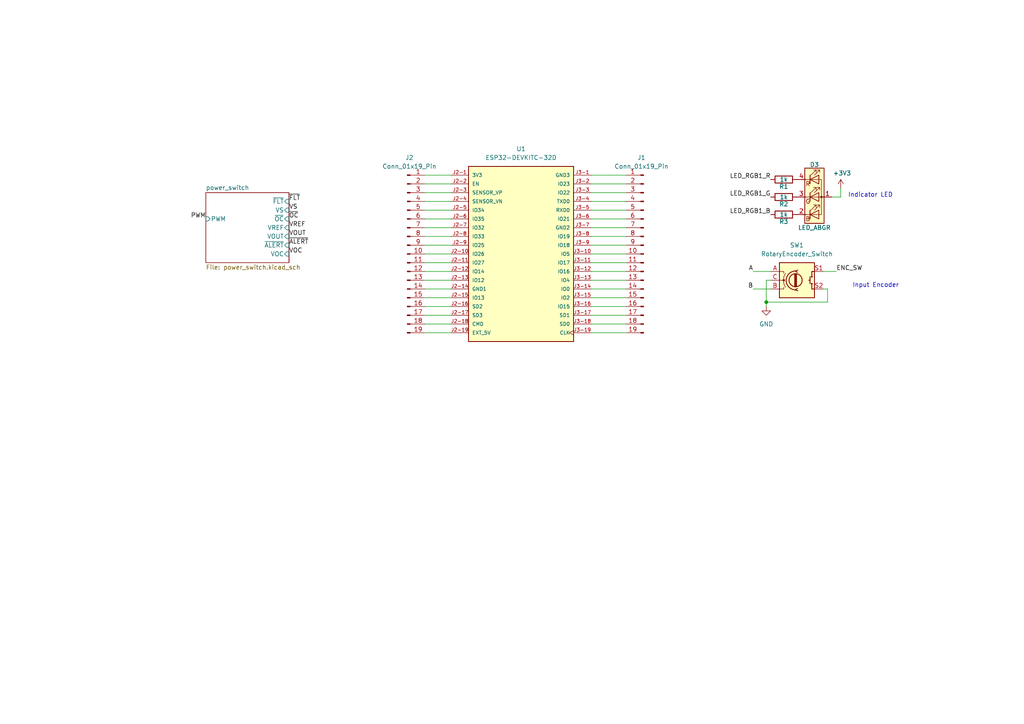
<source format=kicad_sch>
(kicad_sch (version 20231120) (generator "eeschema") (generator_version "8.0")
  (paper "A4")
  (lib_symbols
    (symbol "CalSol_LED:LED_ABGR" (pin_names (offset 0) hide)
      (property "Reference" "D" (at 0 9.398 0))
      (property "Value" "LED_ABGR" (at 0 -8.89 0))
      (symbol "LED_ABGR_0_0"
        (text "B" (at -1.905 -6.35 0) (effects (font (size 1.27 1.27))))
        (text "G" (at -1.905 -1.27 0) (effects (font (size 1.27 1.27))))
        (text "R" (at -1.905 3.81 0) (effects (font (size 1.27 1.27))))
      )
      (symbol "LED_ABGR_0_1"
        (polyline (pts (xy -1.27 -5.08) (xy -2.54 -5.08)))
        (polyline (pts (xy -1.27 -5.08) (xy 1.27 -5.08)))
        (polyline (pts (xy -1.27 -3.81) (xy -1.27 -6.35)))
        (polyline (pts (xy -1.27 -3.81) (xy -1.27 -6.35)) (stroke (width 0.2032)))
        (polyline (pts (xy -1.27 0) (xy -2.54 0)))
        (polyline (pts (xy -1.27 0) (xy 1.27 0)))
        (polyline (pts (xy -1.27 1.27) (xy -1.27 -1.27)) (stroke (width 0.2032)))
        (polyline (pts (xy -1.27 5.08) (xy -2.54 5.08)))
        (polyline (pts (xy -1.27 6.35) (xy -1.27 3.81)) (stroke (width 0.2032)))
        (polyline (pts (xy 1.27 0) (xy 2.54 0)))
        (polyline (pts (xy 1.27 5.08) (xy -1.27 5.08)))
        (polyline (pts (xy -1.27 1.27) (xy -1.27 -1.27) (xy -1.27 -1.27)))
        (polyline (pts (xy -1.27 6.35) (xy -1.27 3.81) (xy -1.27 3.81)))
        (polyline (pts (xy 1.27 -5.08) (xy 2.032 -5.08) (xy 2.032 5.08) (xy 1.27 5.08)))
        (polyline (pts (xy 1.27 -3.81) (xy 1.27 -6.35) (xy -1.27 -5.08) (xy 1.27 -3.81)) (stroke (width 0.2032)))
        (polyline (pts (xy 1.27 1.27) (xy 1.27 -1.27) (xy -1.27 0) (xy 1.27 1.27)) (stroke (width 0.2032)))
        (polyline (pts (xy 1.27 6.35) (xy 1.27 3.81) (xy -1.27 5.08) (xy 1.27 6.35)) (stroke (width 0.2032)))
        (polyline (pts (xy -1.016 -3.81) (xy 0.508 -2.286) (xy -0.254 -2.286) (xy 0.508 -2.286) (xy 0.508 -3.048)))
        (polyline (pts (xy -1.016 1.27) (xy 0.508 2.794) (xy -0.254 2.794) (xy 0.508 2.794) (xy 0.508 2.032)))
        (polyline (pts (xy -1.016 6.35) (xy 0.508 7.874) (xy -0.254 7.874) (xy 0.508 7.874) (xy 0.508 7.112)))
        (polyline (pts (xy 0 -3.81) (xy 1.524 -2.286) (xy 0.762 -2.286) (xy 1.524 -2.286) (xy 1.524 -3.048)))
        (polyline (pts (xy 0 1.27) (xy 1.524 2.794) (xy 0.762 2.794) (xy 1.524 2.794) (xy 1.524 2.032)))
        (polyline (pts (xy 0 6.35) (xy 1.524 7.874) (xy 0.762 7.874) (xy 1.524 7.874) (xy 1.524 7.112)))
        (rectangle (start 1.27 -1.27) (end 1.27 1.27))
        (rectangle (start 1.27 1.27) (end 1.27 1.27))
        (rectangle (start 1.27 3.81) (end 1.27 6.35))
        (rectangle (start 1.27 6.35) (end 1.27 6.35))
        (circle (center 2.032 0) (radius 0.254) (fill (type outline)))
        (rectangle (start 2.794 8.382) (end -2.794 -7.62) (stroke (width 0.254)) (fill (type background)))
      )
      (symbol "LED_ABGR_1_1"
        (pin passive line (at 5.08 0 180) (length 2.54) (name "A") (number "1"))
        (pin passive line (at -5.08 -5.08 0) (length 2.54) (name "BK") (number "2"))
        (pin passive line (at -5.08 0 0) (length 2.54) (name "GK") (number "3"))
        (pin passive line (at -5.08 5.08 0) (length 2.54) (name "RK") (number "4"))
      )
    )
    (symbol "Connector:Conn_01x19_Pin" (pin_names (offset 1.016) hide)
      (property "Reference" "J" (at 0 25.4 0))
      (property "Value" "Conn_01x19_Pin" (at 0 -25.4 0))
      (symbol "Conn_01x19_Pin_1_1"
        (polyline (pts (xy 1.27 -22.86) (xy 0.8636 -22.86)) (stroke (width 0.1524)))
        (polyline (pts (xy 1.27 -20.32) (xy 0.8636 -20.32)) (stroke (width 0.1524)))
        (polyline (pts (xy 1.27 -17.78) (xy 0.8636 -17.78)) (stroke (width 0.1524)))
        (polyline (pts (xy 1.27 -15.24) (xy 0.8636 -15.24)) (stroke (width 0.1524)))
        (polyline (pts (xy 1.27 -12.7) (xy 0.8636 -12.7)) (stroke (width 0.1524)))
        (polyline (pts (xy 1.27 -10.16) (xy 0.8636 -10.16)) (stroke (width 0.1524)))
        (polyline (pts (xy 1.27 -7.62) (xy 0.8636 -7.62)) (stroke (width 0.1524)))
        (polyline (pts (xy 1.27 -5.08) (xy 0.8636 -5.08)) (stroke (width 0.1524)))
        (polyline (pts (xy 1.27 -2.54) (xy 0.8636 -2.54)) (stroke (width 0.1524)))
        (polyline (pts (xy 1.27 0) (xy 0.8636 0)) (stroke (width 0.1524)))
        (polyline (pts (xy 1.27 2.54) (xy 0.8636 2.54)) (stroke (width 0.1524)))
        (polyline (pts (xy 1.27 5.08) (xy 0.8636 5.08)) (stroke (width 0.1524)))
        (polyline (pts (xy 1.27 7.62) (xy 0.8636 7.62)) (stroke (width 0.1524)))
        (polyline (pts (xy 1.27 10.16) (xy 0.8636 10.16)) (stroke (width 0.1524)))
        (polyline (pts (xy 1.27 12.7) (xy 0.8636 12.7)) (stroke (width 0.1524)))
        (polyline (pts (xy 1.27 15.24) (xy 0.8636 15.24)) (stroke (width 0.1524)))
        (polyline (pts (xy 1.27 17.78) (xy 0.8636 17.78)) (stroke (width 0.1524)))
        (polyline (pts (xy 1.27 20.32) (xy 0.8636 20.32)) (stroke (width 0.1524)))
        (polyline (pts (xy 1.27 22.86) (xy 0.8636 22.86)) (stroke (width 0.1524)))
        (rectangle (start 0.8636 -22.733) (end 0 -22.987) (stroke (width 0.1524)) (fill (type outline)))
        (rectangle (start 0.8636 -20.193) (end 0 -20.447) (stroke (width 0.1524)) (fill (type outline)))
        (rectangle (start 0.8636 -17.653) (end 0 -17.907) (stroke (width 0.1524)) (fill (type outline)))
        (rectangle (start 0.8636 -15.113) (end 0 -15.367) (stroke (width 0.1524)) (fill (type outline)))
        (rectangle (start 0.8636 -12.573) (end 0 -12.827) (stroke (width 0.1524)) (fill (type outline)))
        (rectangle (start 0.8636 -10.033) (end 0 -10.287) (stroke (width 0.1524)) (fill (type outline)))
        (rectangle (start 0.8636 -7.493) (end 0 -7.747) (stroke (width 0.1524)) (fill (type outline)))
        (rectangle (start 0.8636 -4.953) (end 0 -5.207) (stroke (width 0.1524)) (fill (type outline)))
        (rectangle (start 0.8636 -2.413) (end 0 -2.667) (stroke (width 0.1524)) (fill (type outline)))
        (rectangle (start 0.8636 0.127) (end 0 -0.127) (stroke (width 0.1524)) (fill (type outline)))
        (rectangle (start 0.8636 2.667) (end 0 2.413) (stroke (width 0.1524)) (fill (type outline)))
        (rectangle (start 0.8636 5.207) (end 0 4.953) (stroke (width 0.1524)) (fill (type outline)))
        (rectangle (start 0.8636 7.747) (end 0 7.493) (stroke (width 0.1524)) (fill (type outline)))
        (rectangle (start 0.8636 10.287) (end 0 10.033) (stroke (width 0.1524)) (fill (type outline)))
        (rectangle (start 0.8636 12.827) (end 0 12.573) (stroke (width 0.1524)) (fill (type outline)))
        (rectangle (start 0.8636 15.367) (end 0 15.113) (stroke (width 0.1524)) (fill (type outline)))
        (rectangle (start 0.8636 17.907) (end 0 17.653) (stroke (width 0.1524)) (fill (type outline)))
        (rectangle (start 0.8636 20.447) (end 0 20.193) (stroke (width 0.1524)) (fill (type outline)))
        (rectangle (start 0.8636 22.987) (end 0 22.733) (stroke (width 0.1524)) (fill (type outline)))
        (pin passive line (at 5.08 22.86 180) (length 3.81) (name "Pin_1") (number "1"))
        (pin passive line (at 5.08 0 180) (length 3.81) (name "Pin_10") (number "10"))
        (pin passive line (at 5.08 -2.54 180) (length 3.81) (name "Pin_11") (number "11"))
        (pin passive line (at 5.08 -5.08 180) (length 3.81) (name "Pin_12") (number "12"))
        (pin passive line (at 5.08 -7.62 180) (length 3.81) (name "Pin_13") (number "13"))
        (pin passive line (at 5.08 -10.16 180) (length 3.81) (name "Pin_14") (number "14"))
        (pin passive line (at 5.08 -12.7 180) (length 3.81) (name "Pin_15") (number "15"))
        (pin passive line (at 5.08 -15.24 180) (length 3.81) (name "Pin_16") (number "16"))
        (pin passive line (at 5.08 -17.78 180) (length 3.81) (name "Pin_17") (number "17"))
        (pin passive line (at 5.08 -20.32 180) (length 3.81) (name "Pin_18") (number "18"))
        (pin passive line (at 5.08 -22.86 180) (length 3.81) (name "Pin_19") (number "19"))
        (pin passive line (at 5.08 20.32 180) (length 3.81) (name "Pin_2") (number "2"))
        (pin passive line (at 5.08 17.78 180) (length 3.81) (name "Pin_3") (number "3"))
        (pin passive line (at 5.08 15.24 180) (length 3.81) (name "Pin_4") (number "4"))
        (pin passive line (at 5.08 12.7 180) (length 3.81) (name "Pin_5") (number "5"))
        (pin passive line (at 5.08 10.16 180) (length 3.81) (name "Pin_6") (number "6"))
        (pin passive line (at 5.08 7.62 180) (length 3.81) (name "Pin_7") (number "7"))
        (pin passive line (at 5.08 5.08 180) (length 3.81) (name "Pin_8") (number "8"))
        (pin passive line (at 5.08 2.54 180) (length 3.81) (name "Pin_9") (number "9"))
      )
    )
    (symbol "Device:R" (pin_numbers hide) (pin_names (offset 0))
      (property "Reference" "R" (at 2.032 0 90))
      (property "Value" "R" (at 0 0 90))
      (symbol "R_0_1"
        (rectangle (start -1.016 -2.54) (end 1.016 2.54) (stroke (width 0.254)))
      )
      (symbol "R_1_1"
        (pin passive line (at 0 3.81 270) (length 1.27) (name "~") (number "1"))
        (pin passive line (at 0 -3.81 90) (length 1.27) (name "~") (number "2"))
      )
    )
    (symbol "Device:RotaryEncoder_Switch" (pin_names (offset 0.254) hide)
      (property "Reference" "SW" (at 0 6.604 0))
      (property "Value" "RotaryEncoder_Switch" (at 0 -6.604 0))
      (symbol "RotaryEncoder_Switch_0_1"
        (rectangle (start -5.08 5.08) (end 5.08 -5.08) (stroke (width 0.254)) (fill (type background)))
        (circle (center -3.81 0) (radius 0.254) (fill (type outline)))
        (circle (center -0.381 0) (radius 1.905) (stroke (width 0.254)))
        (arc (start -0.381 2.667) (mid -3.0988 -0.0635) (end -0.381 -2.794) (stroke (width 0.254)))
        (polyline (pts (xy -0.635 -1.778) (xy -0.635 1.778)) (stroke (width 0.254)))
        (polyline (pts (xy -0.381 -1.778) (xy -0.381 1.778)) (stroke (width 0.254)))
        (polyline (pts (xy -0.127 1.778) (xy -0.127 -1.778)) (stroke (width 0.254)))
        (polyline (pts (xy 3.81 0) (xy 3.429 0)) (stroke (width 0.254)))
        (polyline (pts (xy 3.81 1.016) (xy 3.81 -1.016)) (stroke (width 0.254)))
        (polyline (pts (xy -5.08 -2.54) (xy -3.81 -2.54) (xy -3.81 -2.032)))
        (polyline (pts (xy -5.08 2.54) (xy -3.81 2.54) (xy -3.81 2.032)))
        (polyline (pts (xy 0.254 -3.048) (xy -0.508 -2.794) (xy 0.127 -2.413)) (stroke (width 0.254)))
        (polyline (pts (xy 0.254 2.921) (xy -0.508 2.667) (xy 0.127 2.286)) (stroke (width 0.254)))
        (polyline (pts (xy 5.08 -2.54) (xy 4.318 -2.54) (xy 4.318 -1.016)) (stroke (width 0.254)))
        (polyline (pts (xy 5.08 2.54) (xy 4.318 2.54) (xy 4.318 1.016)) (stroke (width 0.254)))
        (polyline (pts (xy -5.08 0) (xy -3.81 0) (xy -3.81 -1.016) (xy -3.302 -2.032)))
        (polyline (pts (xy -4.318 0) (xy -3.81 0) (xy -3.81 1.016) (xy -3.302 2.032)))
        (circle (center 4.318 -1.016) (radius 0.127) (stroke (width 0.254)))
        (circle (center 4.318 1.016) (radius 0.127) (stroke (width 0.254)))
      )
      (symbol "RotaryEncoder_Switch_1_1"
        (pin passive line (at -7.62 2.54 0) (length 2.54) (name "A") (number "A"))
        (pin passive line (at -7.62 -2.54 0) (length 2.54) (name "B") (number "B"))
        (pin passive line (at -7.62 0 0) (length 2.54) (name "C") (number "C"))
        (pin passive line (at 7.62 2.54 180) (length 2.54) (name "S1") (number "S1"))
        (pin passive line (at 7.62 -2.54 180) (length 2.54) (name "S2") (number "S2"))
      )
    )
    (symbol "ESP32-DEVKITC-32D:ESP32-DEVKITC-32D" (pin_names (offset 1.016))
      (property "Reference" "U" (at -15.2572 26.0643 0))
      (property "Value" "ESP32-DEVKITC-32D" (at -15.2563 -27.9698 0))
      (symbol "ESP32-DEVKITC-32D_0_0"
        (rectangle (start -15.24 -25.4) (end 15.24 25.4) (stroke (width 0.254)) (fill (type background)))
        (pin power_in line (at -20.32 22.86 0) (length 5.08) (name "3V3") (number "J2-1"))
        (pin bidirectional line (at -20.32 0 0) (length 5.08) (name "IO26") (number "J2-10"))
        (pin bidirectional line (at -20.32 -2.54 0) (length 5.08) (name "IO27") (number "J2-11"))
        (pin bidirectional line (at -20.32 -5.08 0) (length 5.08) (name "IO14") (number "J2-12"))
        (pin bidirectional line (at -20.32 -7.62 0) (length 5.08) (name "IO12") (number "J2-13"))
        (pin power_in line (at -20.32 -10.16 0) (length 5.08) (name "GND1") (number "J2-14"))
        (pin bidirectional line (at -20.32 -12.7 0) (length 5.08) (name "IO13") (number "J2-15"))
        (pin bidirectional line (at -20.32 -15.24 0) (length 5.08) (name "SD2") (number "J2-16"))
        (pin bidirectional line (at -20.32 -17.78 0) (length 5.08) (name "SD3") (number "J2-17"))
        (pin bidirectional line (at -20.32 -20.32 0) (length 5.08) (name "CMD") (number "J2-18"))
        (pin power_in line (at -20.32 -22.86 0) (length 5.08) (name "EXT_5V") (number "J2-19"))
        (pin input line (at -20.32 20.32 0) (length 5.08) (name "EN") (number "J2-2"))
        (pin input line (at -20.32 17.78 0) (length 5.08) (name "SENSOR_VP") (number "J2-3"))
        (pin input line (at -20.32 15.24 0) (length 5.08) (name "SENSOR_VN") (number "J2-4"))
        (pin bidirectional line (at -20.32 12.7 0) (length 5.08) (name "IO34") (number "J2-5"))
        (pin bidirectional line (at -20.32 10.16 0) (length 5.08) (name "IO35") (number "J2-6"))
        (pin bidirectional line (at -20.32 7.62 0) (length 5.08) (name "IO32") (number "J2-7"))
        (pin bidirectional line (at -20.32 5.08 0) (length 5.08) (name "IO33") (number "J2-8"))
        (pin bidirectional line (at -20.32 2.54 0) (length 5.08) (name "IO25") (number "J2-9"))
        (pin power_in line (at 20.32 22.86 180) (length 5.08) (name "GND3") (number "J3-1"))
        (pin bidirectional line (at 20.32 0 180) (length 5.08) (name "IO5") (number "J3-10"))
        (pin bidirectional line (at 20.32 -2.54 180) (length 5.08) (name "IO17") (number "J3-11"))
        (pin bidirectional line (at 20.32 -5.08 180) (length 5.08) (name "IO16") (number "J3-12"))
        (pin bidirectional line (at 20.32 -7.62 180) (length 5.08) (name "IO4") (number "J3-13"))
        (pin bidirectional line (at 20.32 -10.16 180) (length 5.08) (name "IO0") (number "J3-14"))
        (pin bidirectional line (at 20.32 -12.7 180) (length 5.08) (name "IO2") (number "J3-15"))
        (pin bidirectional line (at 20.32 -15.24 180) (length 5.08) (name "IO15") (number "J3-16"))
        (pin bidirectional line (at 20.32 -17.78 180) (length 5.08) (name "SD1") (number "J3-17"))
        (pin bidirectional line (at 20.32 -20.32 180) (length 5.08) (name "SD0") (number "J3-18"))
        (pin input clock (at 20.32 -22.86 180) (length 5.08) (name "CLK") (number "J3-19"))
        (pin bidirectional line (at 20.32 20.32 180) (length 5.08) (name "IO23") (number "J3-2"))
        (pin bidirectional line (at 20.32 17.78 180) (length 5.08) (name "IO22") (number "J3-3"))
        (pin output line (at 20.32 15.24 180) (length 5.08) (name "TXD0") (number "J3-4"))
        (pin input line (at 20.32 12.7 180) (length 5.08) (name "RXD0") (number "J3-5"))
        (pin bidirectional line (at 20.32 10.16 180) (length 5.08) (name "IO21") (number "J3-6"))
        (pin power_in line (at 20.32 7.62 180) (length 5.08) (name "GND2") (number "J3-7"))
        (pin bidirectional line (at 20.32 5.08 180) (length 5.08) (name "IO19") (number "J3-8"))
        (pin bidirectional line (at 20.32 2.54 180) (length 5.08) (name "IO18") (number "J3-9"))
      )
    )
    (symbol "power:+3V3" (power) (pin_numbers hide) (pin_names (offset 0) hide)
      (property "Value" "+3V3" (at 0 3.556 0))
      (symbol "+3V3_0_1"
        (polyline (pts (xy -0.762 1.27) (xy 0 2.54)))
        (polyline (pts (xy 0 0) (xy 0 2.54)))
        (polyline (pts (xy 0 2.54) (xy 0.762 1.27)))
      )
      (symbol "+3V3_1_1"
        (pin power_in line (at 0 0 90) (length 0) (name "~") (number "1"))
      )
    )
    (symbol "power:GND" (power) (pin_numbers hide) (pin_names (offset 0) hide)
      (property "Value" "GND" (at 0 -3.81 0))
      (symbol "GND_0_1"
        (polyline (pts (xy 0 0) (xy 0 -1.27) (xy 1.27 -1.27) (xy 0 -2.54) (xy -1.27 -1.27) (xy 0 -1.27)))
      )
      (symbol "GND_1_1"
        (pin power_in line (at 0 0 270) (length 0) (name "~") (number "1"))
      )
    )
  )
  (junction (at 222.25 87.63))
  (wire (pts (xy 181.61 66.04) (xy 171.45 66.04)))
  (wire (pts (xy 238.76 78.74) (xy 242.57 78.74)))
  (wire (pts (xy 218.44 78.74) (xy 223.52 78.74)))
  (wire (pts (xy 123.19 50.8) (xy 130.81 50.8)))
  (wire (pts (xy 181.61 55.88) (xy 171.45 55.88)))
  (wire (pts (xy 240.03 87.63) (xy 222.25 87.63)))
  (wire (pts (xy 218.44 83.82) (xy 223.52 83.82)))
  (wire (pts (xy 181.61 50.8) (xy 171.45 50.8)))
  (wire (pts (xy 181.61 88.9) (xy 171.45 88.9)))
  (wire (pts (xy 243.84 57.15) (xy 243.84 54.61)))
  (wire (pts (xy 123.19 53.34) (xy 130.81 53.34)))
  (wire (pts (xy 181.61 76.2) (xy 171.45 76.2)))
  (wire (pts (xy 181.61 71.12) (xy 171.45 71.12)))
  (wire (pts (xy 123.19 66.04) (xy 130.81 66.04)))
  (wire (pts (xy 123.19 76.2) (xy 130.81 76.2)))
  (wire (pts (xy 123.19 73.66) (xy 130.81 73.66)))
  (wire (pts (xy 238.76 83.82) (xy 240.03 83.82)))
  (wire (pts (xy 123.19 83.82) (xy 130.81 83.82)))
  (wire (pts (xy 181.61 63.5) (xy 171.45 63.5)))
  (wire (pts (xy 241.3 57.15) (xy 243.84 57.15)))
  (wire (pts (xy 123.19 88.9) (xy 130.81 88.9)))
  (wire (pts (xy 123.19 81.28) (xy 130.81 81.28)))
  (wire (pts (xy 123.19 68.58) (xy 130.81 68.58)))
  (wire (pts (xy 181.61 81.28) (xy 171.45 81.28)))
  (wire (pts (xy 222.25 81.28) (xy 223.52 81.28)))
  (wire (pts (xy 181.61 83.82) (xy 171.45 83.82)))
  (wire (pts (xy 181.61 96.52) (xy 171.45 96.52)))
  (wire (pts (xy 181.61 60.96) (xy 171.45 60.96)))
  (wire (pts (xy 123.19 91.44) (xy 130.81 91.44)))
  (wire (pts (xy 240.03 83.82) (xy 240.03 87.63)))
  (wire (pts (xy 181.61 91.44) (xy 171.45 91.44)))
  (wire (pts (xy 181.61 93.98) (xy 171.45 93.98)))
  (wire (pts (xy 123.19 78.74) (xy 130.81 78.74)))
  (wire (pts (xy 181.61 78.74) (xy 171.45 78.74)))
  (wire (pts (xy 181.61 86.36) (xy 171.45 86.36)))
  (wire (pts (xy 222.25 88.9) (xy 222.25 87.63)))
  (wire (pts (xy 181.61 58.42) (xy 171.45 58.42)))
  (wire (pts (xy 123.19 63.5) (xy 130.81 63.5)))
  (wire (pts (xy 222.25 87.63) (xy 222.25 81.28)))
  (wire (pts (xy 123.19 96.52) (xy 130.81 96.52)))
  (wire (pts (xy 123.19 60.96) (xy 130.81 60.96)))
  (wire (pts (xy 123.19 55.88) (xy 130.81 55.88)))
  (wire (pts (xy 123.19 93.98) (xy 130.81 93.98)))
  (wire (pts (xy 123.19 86.36) (xy 130.81 86.36)))
  (wire (pts (xy 123.19 58.42) (xy 130.81 58.42)))
  (wire (pts (xy 181.61 73.66) (xy 171.45 73.66)))
  (wire (pts (xy 181.61 53.34) (xy 171.45 53.34)))
  (wire (pts (xy 123.19 71.12) (xy 130.81 71.12)))
  (wire (pts (xy 181.61 68.58) (xy 171.45 68.58)))
  (text "Input Encoder" (at 254 82.804 0) (effects (font (size 1.27 1.27))))
  (text "Indicator LED" (at 252.476 56.642 0) (effects (font (size 1.27 1.27))))
  (label "~{ALERT}" (at 83.82 71.12 0))
  (label "PWM" (at 59.69 63.5 180))
  (label "LED_RGB1_G" (at 223.52 57.15 180))
  (label "LED_RGB1_B" (at 223.52 62.23 180))
  (label "~{FLT}" (at 83.82 58.42 0))
  (label "LED_RGB1_R" (at 223.52 52.07 180))
  (label "~{OC}" (at 83.82 63.5 0))
  (label "VREF" (at 83.82 66.04 0))
  (label "A" (at 218.44 78.74 180))
  (label "ENC_SW" (at 242.57 78.74 0))
  (label "VS" (at 83.82 60.96 0))
  (label "B" (at 218.44 83.82 180))
  (label "VOUT" (at 83.82 68.58 0))
  (label "VOC" (at 83.82 73.66 0))
  (symbol (lib_id "Connector:Conn_01x19_Pin") (at 186.69 73.66 0) (mirror y) (unit 1)
    (property "Reference" "J1" (at 186.055 45.72 0))
    (property "Value" "Conn_01x19_Pin" (at 186.055 48.26 0))
    (property "Description" "Generic connector, single row, 01x19, script generated" (effects (hide yes)))
  )
  (symbol (lib_id "ESP32-DEVKITC-32D:ESP32-DEVKITC-32D") (at 151.13 73.66 0) (unit 1)
    (property "Reference" "U1" (at 151.13 43.18 0))
    (property "Value" "ESP32-DEVKITC-32D" (at 151.13 45.72 0))
    (property "Footprint" "ESP32-DEVKITC-32D:MODULE_ESP32-DEVKITC-32D" (effects (hide yes)))
    (property "MF" "Espressif Systems" (effects (hide yes)))
    (property "MAXIMUM_PACKAGE_HEIGHT" "N/A" (effects (hide yes)))
    (property "Package" "None" (effects (hide yes)))
    (property "Price" "None" (effects (hide yes)))
    (property "Check_prices" "https://www.snapeda.com/parts/ESP32-DevKitC-32D/Espressif+Systems/view-part/?ref=eda" (effects (hide yes)))
    (property "STANDARD" "Manufacturer Recommendations" (effects (hide yes)))
    (property "PARTREV" "V4" (effects (hide yes)))
    (property "SnapEDA_Link" "https://www.snapeda.com/parts/ESP32-DevKitC-32D/Espressif+Systems/view-part/?ref=snap" (effects (hide yes)))
    (property "MP" "ESP32-DevKitC-32D" (effects (hide yes)))
    (property "Description_1" "\n                        \n                            ESP-WROOM-32 - Transceiver; 802.11 b/g/n (Wi-Fi, WiFi, WLAN), Bluetooth® Smart Ready 4.x Dual Mode (BLE) 2.4GHz Evaluation Board\n                        \n" (effects (hide yes)))
    (property "MANUFACTURER" "Espressif Systems" (effects (hide yes)))
    (property "Availability" "In Stock" (effects (hide yes)))
    (property "SNAPEDA_PN" "ESP32-DEVKITC-32D" (effects (hide yes)))
  )
  (symbol (lib_id "Device:RotaryEncoder_Switch") (at 231.14 81.28 0) (unit 1)
    (property "Reference" "SW1" (at 231.14 71.12 0))
    (property "Value" "RotaryEncoder_Switch" (at 231.14 73.66 0))
    (property "Footprint" "Rotary_Encoder:RotaryEncoder_Alps_EC11E-Switch_Vertical_H20mm" (effects (hide yes)))
    (property "Description" "Rotary encoder, dual channel, incremental quadrate outputs, with switch" (effects (hide yes)))
  )
  (symbol (lib_id "CalSol_LED:LED_ABGR") (at 236.22 57.15 0) (unit 1)
    (property "Reference" "D3" (at 236.22 47.752 0))
    (property "Value" "LED_ABGR" (at 236.22 66.04 0))
    (property "Footprint" "layout:LED_RGB_0606" (effects (hide yes)))
  )
  (symbol (lib_id "Device:R") (at 227.33 57.15 270) (unit 1)
    (property "Reference" "R2" (at 227.33 59.182 90))
    (property "Value" "1k" (at 227.33 57.15 90))
    (property "Footprint" "Resistor_SMD:R_0603_1608Metric" (effects (hide yes)))
  )
  (symbol (lib_id "power:+3V3") (at 243.84 54.61 0) (unit 1)
    (property "Reference" "#PWR013" (effects (hide yes)))
    (property "Value" "+3V3" (at 244.221 50.2158 0))
  )
  (symbol (lib_id "Device:R") (at 227.33 62.23 270) (unit 1)
    (property "Reference" "R3" (at 227.33 64.262 90))
    (property "Value" "1k" (at 227.33 62.23 90))
    (property "Footprint" "Resistor_SMD:R_0603_1608Metric" (effects (hide yes)))
  )
  (symbol (lib_id "Connector:Conn_01x19_Pin") (at 118.11 73.66 0) (unit 1)
    (property "Reference" "J2" (at 118.745 45.72 0))
    (property "Value" "Conn_01x19_Pin" (at 118.745 48.26 0))
    (property "Description" "Generic connector, single row, 01x19, script generated" (effects (hide yes)))
  )
  (symbol (lib_id "power:GND") (at 222.25 88.9 0) (unit 1)
    (property "Reference" "#PWR014" (effects (hide yes)))
    (property "Value" "GND" (at 222.25 93.98 0))
    (property "Description" "Power symbol creates a global label with name \"GND\" , ground" (effects (hide yes)))
  )
  (symbol (lib_id "Device:R") (at 227.33 52.07 270) (unit 1)
    (property "Reference" "R1" (at 227.33 54.102 90))
    (property "Value" "1k" (at 227.33 52.07 90))
    (property "Footprint" "Resistor_SMD:R_0603_1608Metric" (effects (hide yes)))
  )
  (sheet (at 59.69 55.88) (size 24.13 20.32) (stroke (width 0.1524))
    (property "Sheetname" "power_switch" (at 59.69 55.1684 0) (effects (justify left bottom)))
    (property "Sheetfile" "power_switch.kicad_sch" (at 59.69 76.7846 0) (effects (justify left top)))
    (pin "PWM" input (at 59.69 63.5 180))
    (pin "~{FLT}" input (at 83.82 58.42 0))
    (pin "VS" input (at 83.82 60.96 0))
    (pin "~{OC}" input (at 83.82 63.5 0))
    (pin "VREF" input (at 83.82 66.04 0))
    (pin "VOUT" input (at 83.82 68.58 0))
    (pin "~{ALERT}" input (at 83.82 71.12 0))
    (pin "VOC" input (at 83.82 73.66 0))
  )
)
</source>
